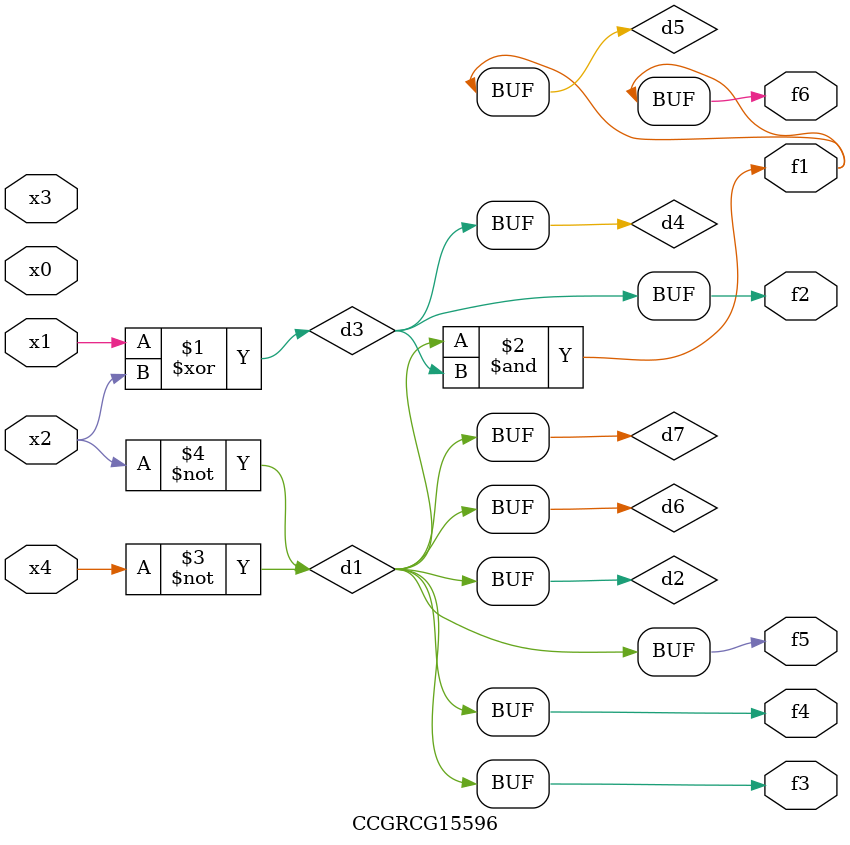
<source format=v>
module CCGRCG15596(
	input x0, x1, x2, x3, x4,
	output f1, f2, f3, f4, f5, f6
);

	wire d1, d2, d3, d4, d5, d6, d7;

	not (d1, x4);
	not (d2, x2);
	xor (d3, x1, x2);
	buf (d4, d3);
	and (d5, d1, d3);
	buf (d6, d1, d2);
	buf (d7, d2);
	assign f1 = d5;
	assign f2 = d4;
	assign f3 = d7;
	assign f4 = d7;
	assign f5 = d7;
	assign f6 = d5;
endmodule

</source>
